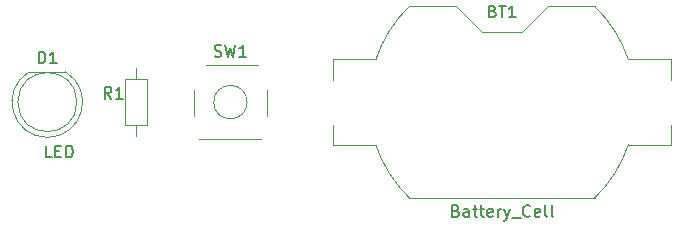
<source format=gto>
%TF.GenerationSoftware,KiCad,Pcbnew,9.0.1-9.0.1-0~ubuntu24.04.1*%
%TF.CreationDate,2025-04-22T20:54:38+05:30*%
%TF.ProjectId,Led-Torch,4c65642d-546f-4726-9368-2e6b69636164,rev?*%
%TF.SameCoordinates,Original*%
%TF.FileFunction,Legend,Top*%
%TF.FilePolarity,Positive*%
%FSLAX46Y46*%
G04 Gerber Fmt 4.6, Leading zero omitted, Abs format (unit mm)*
G04 Created by KiCad (PCBNEW 9.0.1-9.0.1-0~ubuntu24.04.1) date 2025-04-22 20:54:38*
%MOMM*%
%LPD*%
G01*
G04 APERTURE LIST*
%ADD10C,0.150000*%
%ADD11C,0.120000*%
G04 APERTURE END LIST*
D10*
X139714285Y-121061009D02*
X139857142Y-121108628D01*
X139857142Y-121108628D02*
X139904761Y-121156247D01*
X139904761Y-121156247D02*
X139952380Y-121251485D01*
X139952380Y-121251485D02*
X139952380Y-121394342D01*
X139952380Y-121394342D02*
X139904761Y-121489580D01*
X139904761Y-121489580D02*
X139857142Y-121537200D01*
X139857142Y-121537200D02*
X139761904Y-121584819D01*
X139761904Y-121584819D02*
X139380952Y-121584819D01*
X139380952Y-121584819D02*
X139380952Y-120584819D01*
X139380952Y-120584819D02*
X139714285Y-120584819D01*
X139714285Y-120584819D02*
X139809523Y-120632438D01*
X139809523Y-120632438D02*
X139857142Y-120680057D01*
X139857142Y-120680057D02*
X139904761Y-120775295D01*
X139904761Y-120775295D02*
X139904761Y-120870533D01*
X139904761Y-120870533D02*
X139857142Y-120965771D01*
X139857142Y-120965771D02*
X139809523Y-121013390D01*
X139809523Y-121013390D02*
X139714285Y-121061009D01*
X139714285Y-121061009D02*
X139380952Y-121061009D01*
X140238095Y-120584819D02*
X140809523Y-120584819D01*
X140523809Y-121584819D02*
X140523809Y-120584819D01*
X141666666Y-121584819D02*
X141095238Y-121584819D01*
X141380952Y-121584819D02*
X141380952Y-120584819D01*
X141380952Y-120584819D02*
X141285714Y-120727676D01*
X141285714Y-120727676D02*
X141190476Y-120822914D01*
X141190476Y-120822914D02*
X141095238Y-120870533D01*
X136595236Y-137931009D02*
X136738093Y-137978628D01*
X136738093Y-137978628D02*
X136785712Y-138026247D01*
X136785712Y-138026247D02*
X136833331Y-138121485D01*
X136833331Y-138121485D02*
X136833331Y-138264342D01*
X136833331Y-138264342D02*
X136785712Y-138359580D01*
X136785712Y-138359580D02*
X136738093Y-138407200D01*
X136738093Y-138407200D02*
X136642855Y-138454819D01*
X136642855Y-138454819D02*
X136261903Y-138454819D01*
X136261903Y-138454819D02*
X136261903Y-137454819D01*
X136261903Y-137454819D02*
X136595236Y-137454819D01*
X136595236Y-137454819D02*
X136690474Y-137502438D01*
X136690474Y-137502438D02*
X136738093Y-137550057D01*
X136738093Y-137550057D02*
X136785712Y-137645295D01*
X136785712Y-137645295D02*
X136785712Y-137740533D01*
X136785712Y-137740533D02*
X136738093Y-137835771D01*
X136738093Y-137835771D02*
X136690474Y-137883390D01*
X136690474Y-137883390D02*
X136595236Y-137931009D01*
X136595236Y-137931009D02*
X136261903Y-137931009D01*
X137690474Y-138454819D02*
X137690474Y-137931009D01*
X137690474Y-137931009D02*
X137642855Y-137835771D01*
X137642855Y-137835771D02*
X137547617Y-137788152D01*
X137547617Y-137788152D02*
X137357141Y-137788152D01*
X137357141Y-137788152D02*
X137261903Y-137835771D01*
X137690474Y-138407200D02*
X137595236Y-138454819D01*
X137595236Y-138454819D02*
X137357141Y-138454819D01*
X137357141Y-138454819D02*
X137261903Y-138407200D01*
X137261903Y-138407200D02*
X137214284Y-138311961D01*
X137214284Y-138311961D02*
X137214284Y-138216723D01*
X137214284Y-138216723D02*
X137261903Y-138121485D01*
X137261903Y-138121485D02*
X137357141Y-138073866D01*
X137357141Y-138073866D02*
X137595236Y-138073866D01*
X137595236Y-138073866D02*
X137690474Y-138026247D01*
X138023808Y-137788152D02*
X138404760Y-137788152D01*
X138166665Y-137454819D02*
X138166665Y-138311961D01*
X138166665Y-138311961D02*
X138214284Y-138407200D01*
X138214284Y-138407200D02*
X138309522Y-138454819D01*
X138309522Y-138454819D02*
X138404760Y-138454819D01*
X138595237Y-137788152D02*
X138976189Y-137788152D01*
X138738094Y-137454819D02*
X138738094Y-138311961D01*
X138738094Y-138311961D02*
X138785713Y-138407200D01*
X138785713Y-138407200D02*
X138880951Y-138454819D01*
X138880951Y-138454819D02*
X138976189Y-138454819D01*
X139690475Y-138407200D02*
X139595237Y-138454819D01*
X139595237Y-138454819D02*
X139404761Y-138454819D01*
X139404761Y-138454819D02*
X139309523Y-138407200D01*
X139309523Y-138407200D02*
X139261904Y-138311961D01*
X139261904Y-138311961D02*
X139261904Y-137931009D01*
X139261904Y-137931009D02*
X139309523Y-137835771D01*
X139309523Y-137835771D02*
X139404761Y-137788152D01*
X139404761Y-137788152D02*
X139595237Y-137788152D01*
X139595237Y-137788152D02*
X139690475Y-137835771D01*
X139690475Y-137835771D02*
X139738094Y-137931009D01*
X139738094Y-137931009D02*
X139738094Y-138026247D01*
X139738094Y-138026247D02*
X139261904Y-138121485D01*
X140166666Y-138454819D02*
X140166666Y-137788152D01*
X140166666Y-137978628D02*
X140214285Y-137883390D01*
X140214285Y-137883390D02*
X140261904Y-137835771D01*
X140261904Y-137835771D02*
X140357142Y-137788152D01*
X140357142Y-137788152D02*
X140452380Y-137788152D01*
X140690476Y-137788152D02*
X140928571Y-138454819D01*
X141166666Y-137788152D02*
X140928571Y-138454819D01*
X140928571Y-138454819D02*
X140833333Y-138692914D01*
X140833333Y-138692914D02*
X140785714Y-138740533D01*
X140785714Y-138740533D02*
X140690476Y-138788152D01*
X141309524Y-138550057D02*
X142071428Y-138550057D01*
X142880952Y-138359580D02*
X142833333Y-138407200D01*
X142833333Y-138407200D02*
X142690476Y-138454819D01*
X142690476Y-138454819D02*
X142595238Y-138454819D01*
X142595238Y-138454819D02*
X142452381Y-138407200D01*
X142452381Y-138407200D02*
X142357143Y-138311961D01*
X142357143Y-138311961D02*
X142309524Y-138216723D01*
X142309524Y-138216723D02*
X142261905Y-138026247D01*
X142261905Y-138026247D02*
X142261905Y-137883390D01*
X142261905Y-137883390D02*
X142309524Y-137692914D01*
X142309524Y-137692914D02*
X142357143Y-137597676D01*
X142357143Y-137597676D02*
X142452381Y-137502438D01*
X142452381Y-137502438D02*
X142595238Y-137454819D01*
X142595238Y-137454819D02*
X142690476Y-137454819D01*
X142690476Y-137454819D02*
X142833333Y-137502438D01*
X142833333Y-137502438D02*
X142880952Y-137550057D01*
X143690476Y-138407200D02*
X143595238Y-138454819D01*
X143595238Y-138454819D02*
X143404762Y-138454819D01*
X143404762Y-138454819D02*
X143309524Y-138407200D01*
X143309524Y-138407200D02*
X143261905Y-138311961D01*
X143261905Y-138311961D02*
X143261905Y-137931009D01*
X143261905Y-137931009D02*
X143309524Y-137835771D01*
X143309524Y-137835771D02*
X143404762Y-137788152D01*
X143404762Y-137788152D02*
X143595238Y-137788152D01*
X143595238Y-137788152D02*
X143690476Y-137835771D01*
X143690476Y-137835771D02*
X143738095Y-137931009D01*
X143738095Y-137931009D02*
X143738095Y-138026247D01*
X143738095Y-138026247D02*
X143261905Y-138121485D01*
X144309524Y-138454819D02*
X144214286Y-138407200D01*
X144214286Y-138407200D02*
X144166667Y-138311961D01*
X144166667Y-138311961D02*
X144166667Y-137454819D01*
X144833334Y-138454819D02*
X144738096Y-138407200D01*
X144738096Y-138407200D02*
X144690477Y-138311961D01*
X144690477Y-138311961D02*
X144690477Y-137454819D01*
X101261905Y-125469819D02*
X101261905Y-124469819D01*
X101261905Y-124469819D02*
X101500000Y-124469819D01*
X101500000Y-124469819D02*
X101642857Y-124517438D01*
X101642857Y-124517438D02*
X101738095Y-124612676D01*
X101738095Y-124612676D02*
X101785714Y-124707914D01*
X101785714Y-124707914D02*
X101833333Y-124898390D01*
X101833333Y-124898390D02*
X101833333Y-125041247D01*
X101833333Y-125041247D02*
X101785714Y-125231723D01*
X101785714Y-125231723D02*
X101738095Y-125326961D01*
X101738095Y-125326961D02*
X101642857Y-125422200D01*
X101642857Y-125422200D02*
X101500000Y-125469819D01*
X101500000Y-125469819D02*
X101261905Y-125469819D01*
X102785714Y-125469819D02*
X102214286Y-125469819D01*
X102500000Y-125469819D02*
X102500000Y-124469819D01*
X102500000Y-124469819D02*
X102404762Y-124612676D01*
X102404762Y-124612676D02*
X102309524Y-124707914D01*
X102309524Y-124707914D02*
X102214286Y-124755533D01*
X102357142Y-133429819D02*
X101880952Y-133429819D01*
X101880952Y-133429819D02*
X101880952Y-132429819D01*
X102690476Y-132906009D02*
X103023809Y-132906009D01*
X103166666Y-133429819D02*
X102690476Y-133429819D01*
X102690476Y-133429819D02*
X102690476Y-132429819D01*
X102690476Y-132429819D02*
X103166666Y-132429819D01*
X103595238Y-133429819D02*
X103595238Y-132429819D01*
X103595238Y-132429819D02*
X103833333Y-132429819D01*
X103833333Y-132429819D02*
X103976190Y-132477438D01*
X103976190Y-132477438D02*
X104071428Y-132572676D01*
X104071428Y-132572676D02*
X104119047Y-132667914D01*
X104119047Y-132667914D02*
X104166666Y-132858390D01*
X104166666Y-132858390D02*
X104166666Y-133001247D01*
X104166666Y-133001247D02*
X104119047Y-133191723D01*
X104119047Y-133191723D02*
X104071428Y-133286961D01*
X104071428Y-133286961D02*
X103976190Y-133382200D01*
X103976190Y-133382200D02*
X103833333Y-133429819D01*
X103833333Y-133429819D02*
X103595238Y-133429819D01*
X107413333Y-128454819D02*
X107080000Y-127978628D01*
X106841905Y-128454819D02*
X106841905Y-127454819D01*
X106841905Y-127454819D02*
X107222857Y-127454819D01*
X107222857Y-127454819D02*
X107318095Y-127502438D01*
X107318095Y-127502438D02*
X107365714Y-127550057D01*
X107365714Y-127550057D02*
X107413333Y-127645295D01*
X107413333Y-127645295D02*
X107413333Y-127788152D01*
X107413333Y-127788152D02*
X107365714Y-127883390D01*
X107365714Y-127883390D02*
X107318095Y-127931009D01*
X107318095Y-127931009D02*
X107222857Y-127978628D01*
X107222857Y-127978628D02*
X106841905Y-127978628D01*
X108365714Y-128454819D02*
X107794286Y-128454819D01*
X108080000Y-128454819D02*
X108080000Y-127454819D01*
X108080000Y-127454819D02*
X107984762Y-127597676D01*
X107984762Y-127597676D02*
X107889524Y-127692914D01*
X107889524Y-127692914D02*
X107794286Y-127740533D01*
X116166667Y-124857200D02*
X116309524Y-124904819D01*
X116309524Y-124904819D02*
X116547619Y-124904819D01*
X116547619Y-124904819D02*
X116642857Y-124857200D01*
X116642857Y-124857200D02*
X116690476Y-124809580D01*
X116690476Y-124809580D02*
X116738095Y-124714342D01*
X116738095Y-124714342D02*
X116738095Y-124619104D01*
X116738095Y-124619104D02*
X116690476Y-124523866D01*
X116690476Y-124523866D02*
X116642857Y-124476247D01*
X116642857Y-124476247D02*
X116547619Y-124428628D01*
X116547619Y-124428628D02*
X116357143Y-124381009D01*
X116357143Y-124381009D02*
X116261905Y-124333390D01*
X116261905Y-124333390D02*
X116214286Y-124285771D01*
X116214286Y-124285771D02*
X116166667Y-124190533D01*
X116166667Y-124190533D02*
X116166667Y-124095295D01*
X116166667Y-124095295D02*
X116214286Y-124000057D01*
X116214286Y-124000057D02*
X116261905Y-123952438D01*
X116261905Y-123952438D02*
X116357143Y-123904819D01*
X116357143Y-123904819D02*
X116595238Y-123904819D01*
X116595238Y-123904819D02*
X116738095Y-123952438D01*
X117071429Y-123904819D02*
X117309524Y-124904819D01*
X117309524Y-124904819D02*
X117500000Y-124190533D01*
X117500000Y-124190533D02*
X117690476Y-124904819D01*
X117690476Y-124904819D02*
X117928572Y-123904819D01*
X118833333Y-124904819D02*
X118261905Y-124904819D01*
X118547619Y-124904819D02*
X118547619Y-123904819D01*
X118547619Y-123904819D02*
X118452381Y-124047676D01*
X118452381Y-124047676D02*
X118357143Y-124142914D01*
X118357143Y-124142914D02*
X118261905Y-124190533D01*
D11*
%TO.C,BT1*%
X154810000Y-132360000D02*
X151192000Y-132360000D01*
X154810000Y-130650000D02*
X154810000Y-132360000D01*
X154810000Y-126850000D02*
X154810000Y-125140000D01*
X151192000Y-125140000D02*
X154810000Y-125140000D01*
X148347300Y-136860000D02*
X132652700Y-136860000D01*
X144360000Y-120640000D02*
X148347300Y-120640000D01*
X142160000Y-122840000D02*
X144360000Y-120640000D01*
X138840000Y-122840000D02*
X142160000Y-122840000D01*
X138840000Y-122840000D02*
X136640000Y-120640000D01*
X132652700Y-120640000D02*
X136640000Y-120640000D01*
X129808000Y-132360000D02*
X126190000Y-132360000D01*
X126190000Y-130650000D02*
X126190000Y-132360000D01*
X126190000Y-126850000D02*
X126190000Y-125140000D01*
X126190000Y-125140000D02*
X129808000Y-125140000D01*
X151192000Y-132360000D02*
G75*
G02*
X148345372Y-136861790I-10692020J3610010D01*
G01*
X148345371Y-120638211D02*
G75*
G02*
X151192000Y-125140000I-7845366J-8111785D01*
G01*
X132654629Y-136861789D02*
G75*
G02*
X129808000Y-132360000I7845371J8111789D01*
G01*
X129808000Y-125140000D02*
G75*
G02*
X132654629Y-120638211I10692020J-3610012D01*
G01*
%TO.C,D1*%
X104500000Y-128745000D02*
G75*
G02*
X99500000Y-128745000I-2500000J0D01*
G01*
X99500000Y-128745000D02*
G75*
G02*
X104500000Y-128745000I2500000J0D01*
G01*
X101999952Y-131735000D02*
G75*
G02*
X100455170Y-126185000I48J2990000D01*
G01*
X103544830Y-126185000D02*
G75*
G02*
X102000048Y-131735000I-1544830J-2560000D01*
G01*
X103545000Y-126185000D02*
X100455000Y-126185000D01*
%TO.C,R1*%
X109500000Y-131620000D02*
X109500000Y-130670000D01*
X108580000Y-130670000D02*
X110420000Y-130670000D01*
X110420000Y-130670000D02*
X110420000Y-126830000D01*
X108580000Y-126830000D02*
X108580000Y-130670000D01*
X110420000Y-126830000D02*
X108580000Y-126830000D01*
X109500000Y-125880000D02*
X109500000Y-126830000D01*
%TO.C,SW1*%
X118914214Y-128750000D02*
G75*
G02*
X116085786Y-128750000I-1414214J0D01*
G01*
X116085786Y-128750000D02*
G75*
G02*
X118914214Y-128750000I1414214J0D01*
G01*
X120620000Y-127700000D02*
X120620000Y-129900000D01*
X115450000Y-125630000D02*
X119850000Y-125630000D01*
X114850000Y-131870000D02*
X120050000Y-131870000D01*
X114380000Y-129900000D02*
X114380000Y-127700000D01*
%TD*%
M02*

</source>
